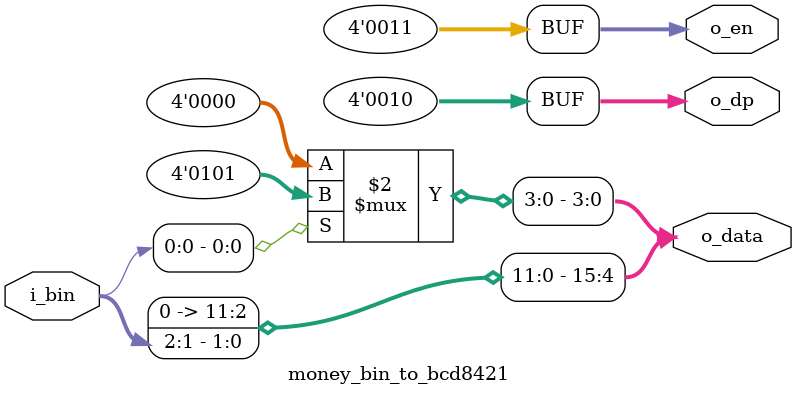
<source format=v>
`timescale 1ns / 1ps


module money_bin_to_bcd8421(
    input [2:0] i_bin,
    output reg [3:0] o_en,
    output reg [15:0] o_data,
    output reg [3:0] o_dp
    );
    
    always @(*)
        begin
            // format: ___._
            o_dp = 4'b0010;
            // ___.?
            o_en[0] = 1'b1;
            o_data[3:0] = i_bin[0] ? 4'h5 : 4'h0;
            // __?._
            o_en[1] = 1'b1;
            o_data[7:4] = i_bin[2:1];
            // _?_._
            o_en[2] = 1'b0;
            o_data[11:8] = 4'h0;
            // ?__._
            o_en[3] = 1'b0;
            o_data[15:12] = 4'h0;
        end
    
endmodule

</source>
